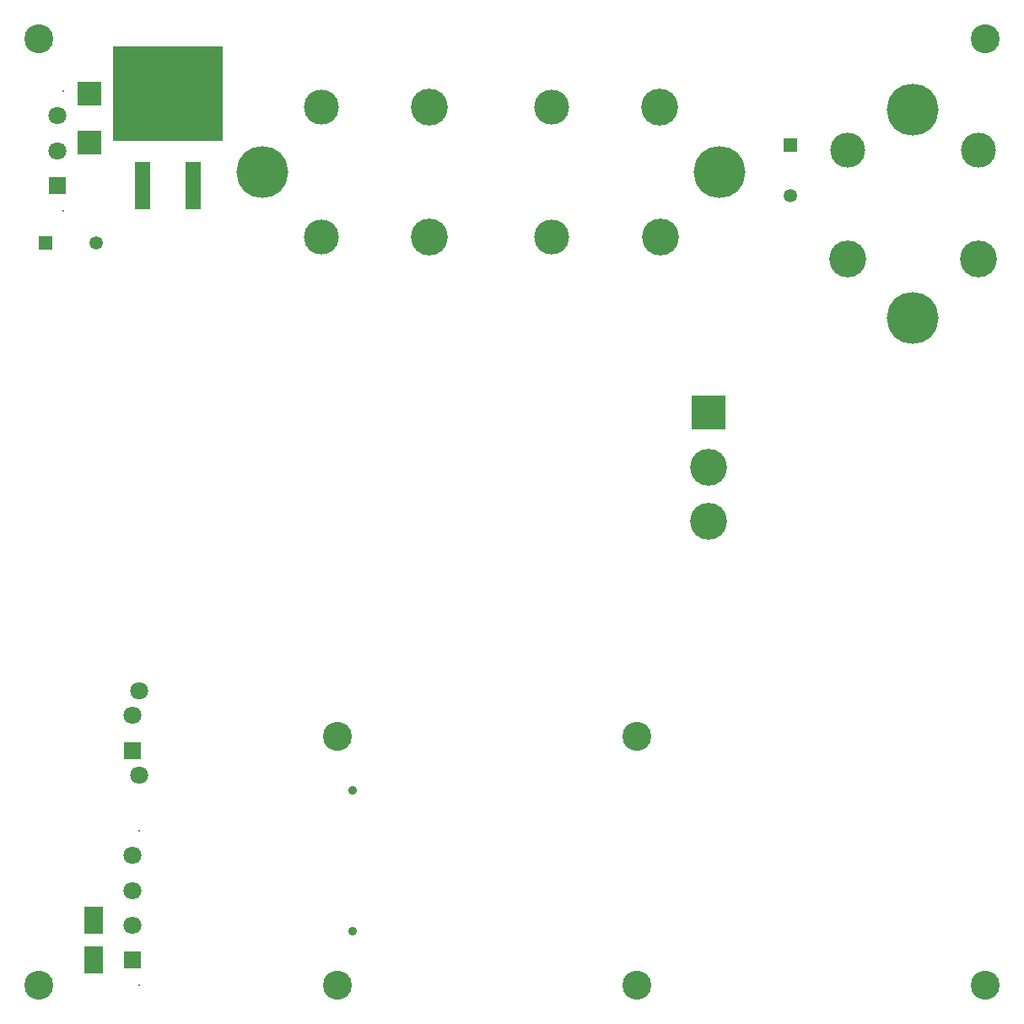
<source format=gbs>
G04*
G04 #@! TF.GenerationSoftware,Altium Limited,Altium Designer,18.1.9 (240)*
G04*
G04 Layer_Color=16711935*
%FSLAX25Y25*%
%MOIN*%
G70*
G01*
G75*
%ADD70R,0.06115X0.18910*%
%ADD71R,0.43320X0.37808*%
%ADD122C,0.05300*%
%ADD123R,0.05300X0.05300*%
%ADD124C,0.20485*%
%ADD125C,0.07099*%
%ADD126R,0.07099X0.07099*%
%ADD127R,0.05300X0.05300*%
%ADD128C,0.00800*%
%ADD129C,0.13792*%
%ADD130C,0.14580*%
%ADD131R,0.13792X0.13792*%
%ADD132C,0.11430*%
%ADD133C,0.03556*%
%ADD161R,0.09698X0.09304*%
%ADD162R,0.07493X0.10642*%
D70*
X70787Y325984D02*
D03*
X50787D02*
D03*
D71*
X60787Y362008D02*
D03*
D122*
X306693Y321732D02*
D03*
X32518Y303150D02*
D03*
D123*
X306693Y341732D02*
D03*
D124*
X355281Y355906D02*
D03*
Y273464D02*
D03*
X98037Y331102D02*
D03*
X278904D02*
D03*
D125*
X49449Y126185D02*
D03*
Y92721D02*
D03*
X46969Y116342D02*
D03*
X17031Y339567D02*
D03*
Y353346D02*
D03*
X46969Y33465D02*
D03*
Y47244D02*
D03*
Y61024D02*
D03*
D126*
Y102563D02*
D03*
X17031Y325787D02*
D03*
X46969Y19685D02*
D03*
D127*
X12518Y303150D02*
D03*
D128*
X19512Y315945D02*
D03*
Y363189D02*
D03*
X49449Y9843D02*
D03*
Y70866D02*
D03*
D129*
X212368Y356693D02*
D03*
X121423D02*
D03*
Y305512D02*
D03*
X212598D02*
D03*
X329528Y339764D02*
D03*
X381102D02*
D03*
D130*
X255203Y356693D02*
D03*
X164258D02*
D03*
Y305512D02*
D03*
X255433D02*
D03*
X274573Y214567D02*
D03*
Y193110D02*
D03*
X329528Y296929D02*
D03*
X381102D02*
D03*
D131*
X274573Y236024D02*
D03*
D132*
X383858Y9843D02*
D03*
X9843D02*
D03*
X383858Y383858D02*
D03*
X9843D02*
D03*
X127953Y108268D02*
D03*
X246063D02*
D03*
Y9843D02*
D03*
X127953D02*
D03*
D133*
X133858Y31299D02*
D03*
Y86811D02*
D03*
D161*
X29921Y342715D02*
D03*
Y362010D02*
D03*
D162*
X31496Y19685D02*
D03*
Y35433D02*
D03*
M02*

</source>
